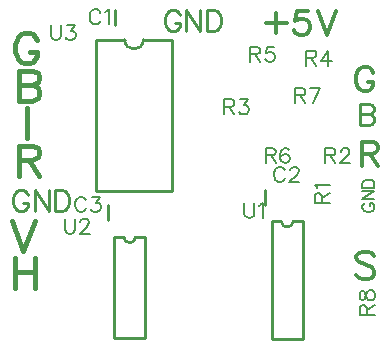
<source format=gto>
G04 DipTrace 3.0.0.2*
G04 RGBI-AnalogRGB.GTO*
%MOMM*%
G04 #@! TF.FileFunction,Legend,Top*
G04 #@! TF.Part,Single*
%ADD10C,0.25*%
%ADD33C,0.19608*%
%ADD34C,0.39216*%
%ADD35C,0.27451*%
%ADD36C,0.31373*%
%ADD37C,0.15686*%
%ADD38C,0.35294*%
%FSLAX35Y35*%
G04*
G71*
G90*
G75*
G01*
G04 TopSilk*
%LPD*%
X3617242Y2294470D2*
D10*
Y1294550D1*
X3877278Y2294470D2*
Y1294550D1*
X3617242D2*
X3877278D1*
X3617242Y2294470D2*
X3697236D1*
X3797284D2*
X3877278D1*
X3697236D2*
G03X3797284Y2294470I50024J28D01*
G01*
X2283742Y2161023D2*
Y1300997D1*
X2543778Y2161023D2*
Y1300997D1*
X2283742D2*
X2543778D1*
X2283742Y2161023D2*
X2363736D1*
X2463784D2*
X2543778D1*
X2363736D2*
G03X2463784Y2161023I50024J-30D01*
G01*
X2129996Y3831450D2*
Y2551570D1*
X2769992Y3831450D2*
Y2551570D1*
X2129996D2*
X2769992D1*
X2129996Y3831450D2*
X2369966D1*
X2530022D2*
X2769992D1*
X2369966D2*
G03X2530022Y3831450I80028J164D01*
G01*
X2292707Y3952060D2*
Y4081960D1*
X3562707Y2428060D2*
Y2557960D1*
X2229207Y2301060D2*
Y2430960D1*
X3384134Y2448707D2*
D33*
Y2357597D1*
X3390170Y2339347D1*
X3402384Y2327274D1*
X3420634Y2321097D1*
X3432707D1*
X3450957Y2327274D1*
X3463170Y2339347D1*
X3469207Y2357597D1*
Y2448707D1*
X3508423Y2424280D2*
X3520636Y2430457D1*
X3538886Y2448566D1*
Y2321097D1*
X1864579Y2315260D2*
Y2224150D1*
X1870616Y2205900D1*
X1882829Y2193827D1*
X1901079Y2187650D1*
X1913152D1*
X1931402Y2193827D1*
X1943616Y2205900D1*
X1949652Y2224150D1*
Y2315260D1*
X1995045Y2284796D2*
Y2290833D1*
X2001081Y2303046D1*
X2007118Y2309083D1*
X2019331Y2315120D1*
X2043618D1*
X2055691Y2309083D1*
X2061727Y2303046D1*
X2067904Y2290833D1*
Y2278760D1*
X2061727Y2266546D1*
X2049654Y2248437D1*
X1988868Y2187650D1*
X2073941D1*
X1747079Y3953937D2*
Y3862827D1*
X1753116Y3844577D1*
X1765329Y3832504D1*
X1783579Y3826327D1*
X1795652D1*
X1813902Y3832504D1*
X1826116Y3844577D1*
X1832152Y3862827D1*
Y3953937D1*
X1883581Y3953796D2*
X1950264D1*
X1913904Y3905223D1*
X1932154D1*
X1944227Y3899187D1*
X1950264Y3893150D1*
X1956441Y3874900D1*
Y3862827D1*
X1950264Y3844577D1*
X1938191Y3832364D1*
X1919941Y3826327D1*
X1901691D1*
X1883581Y3832364D1*
X1877545Y3838540D1*
X1871368Y3850614D1*
X2165949Y4057174D2*
X2159912Y4069247D1*
X2147699Y4081460D1*
X2135625Y4087497D1*
X2111339D1*
X2099125Y4081460D1*
X2087052Y4069247D1*
X2080875Y4057174D1*
X2074839Y4038924D1*
Y4008460D1*
X2080875Y3990350D1*
X2087052Y3978137D1*
X2099125Y3966064D1*
X2111339Y3959887D1*
X2135625D1*
X2147699Y3966064D1*
X2159912Y3978137D1*
X2165949Y3990350D1*
X2205164Y4063070D2*
X2217378Y4069247D1*
X2235628Y4087356D1*
Y3959887D1*
X3726144Y2723674D2*
X3720107Y2735747D1*
X3707894Y2747960D1*
X3695821Y2753997D1*
X3671534D1*
X3659321Y2747960D1*
X3647248Y2735747D1*
X3641071Y2723674D1*
X3635034Y2705424D1*
Y2674960D1*
X3641071Y2656850D1*
X3647248Y2644637D1*
X3659321Y2632564D1*
X3671534Y2626387D1*
X3695821D1*
X3707894Y2632564D1*
X3720107Y2644637D1*
X3726144Y2656850D1*
X3771536Y2723533D2*
Y2729570D1*
X3777573Y2741783D1*
X3783609Y2747820D1*
X3795823Y2753856D1*
X3820109D1*
X3832183Y2747820D1*
X3838219Y2741783D1*
X3844396Y2729570D1*
Y2717497D1*
X3838219Y2705283D1*
X3826146Y2687174D1*
X3765359Y2626387D1*
X3850433D1*
X2043394Y2469674D2*
X2037357Y2481747D1*
X2025144Y2493960D1*
X2013071Y2499997D1*
X1988784D1*
X1976571Y2493960D1*
X1964498Y2481747D1*
X1958321Y2469674D1*
X1952284Y2451424D1*
Y2420960D1*
X1958321Y2402850D1*
X1964498Y2390637D1*
X1976571Y2378564D1*
X1988784Y2372387D1*
X2013071D1*
X2025144Y2378564D1*
X2037357Y2390637D1*
X2043394Y2402850D1*
X2094823Y2499856D2*
X2161506D1*
X2125146Y2451283D1*
X2143396D1*
X2155469Y2445247D1*
X2161506Y2439210D1*
X2167683Y2420960D1*
Y2408887D1*
X2161506Y2390637D1*
X2149433Y2378424D1*
X2131183Y2372387D1*
X2112933D1*
X2094823Y2378424D1*
X2088786Y2384600D1*
X2082609Y2396674D1*
X4039060Y2447634D2*
Y2502244D1*
X4032883Y2520494D1*
X4026847Y2526671D1*
X4014774Y2532707D1*
X4002560D1*
X3990487Y2526671D1*
X3984310Y2520494D1*
X3978273Y2502244D1*
Y2447634D1*
X4105883D1*
X4039060Y2490171D2*
X4105883Y2532707D1*
X4002700Y2571923D2*
X3996524Y2584136D1*
X3978414Y2602386D1*
X4105883D1*
X4070829Y2851960D2*
X4125439D1*
X4143689Y2858137D1*
X4149866Y2864174D1*
X4155902Y2876247D1*
Y2888460D1*
X4149866Y2900533D1*
X4143689Y2906710D1*
X4125439Y2912747D1*
X4070829D1*
Y2785137D1*
X4113366Y2851960D2*
X4155902Y2785137D1*
X4201295Y2882283D2*
Y2888320D1*
X4207331Y2900533D1*
X4213368Y2906570D1*
X4225581Y2912606D1*
X4249868D1*
X4261941Y2906570D1*
X4267977Y2900533D1*
X4274154Y2888320D1*
Y2876247D1*
X4267977Y2864033D1*
X4255904Y2845924D1*
X4195118Y2785137D1*
X4280191D1*
X3213579Y3264710D2*
X3268189D1*
X3286439Y3270887D1*
X3292616Y3276924D1*
X3298652Y3288997D1*
Y3301210D1*
X3292616Y3313283D1*
X3286439Y3319460D1*
X3268189Y3325497D1*
X3213579D1*
Y3197887D1*
X3256116Y3264710D2*
X3298652Y3197887D1*
X3350081Y3325356D2*
X3416764D1*
X3380404Y3276783D1*
X3398654D1*
X3410727Y3270747D1*
X3416764Y3264710D1*
X3422941Y3246460D1*
Y3234387D1*
X3416764Y3216137D1*
X3404691Y3203924D1*
X3386441Y3197887D1*
X3368191D1*
X3350081Y3203924D1*
X3344045Y3210100D1*
X3337868Y3222174D1*
X3909061Y3677460D2*
X3963670D1*
X3981920Y3683637D1*
X3988097Y3689674D1*
X3994134Y3701747D1*
Y3713960D1*
X3988097Y3726033D1*
X3981920Y3732210D1*
X3963670Y3738247D1*
X3909061D1*
Y3610637D1*
X3951597Y3677460D2*
X3994134Y3610637D1*
X4094136D2*
Y3738106D1*
X4033350Y3653174D1*
X4124459D1*
X3435829Y3709210D2*
X3490439D1*
X3508689Y3715387D1*
X3514866Y3721424D1*
X3520902Y3733497D1*
Y3745710D1*
X3514866Y3757783D1*
X3508689Y3763960D1*
X3490439Y3769997D1*
X3435829D1*
Y3642387D1*
X3478366Y3709210D2*
X3520902Y3642387D1*
X3632977Y3769856D2*
X3572331D1*
X3566295Y3715247D1*
X3572331Y3721283D1*
X3590581Y3727460D1*
X3608691D1*
X3626941Y3721283D1*
X3639154Y3709210D1*
X3645191Y3690960D1*
Y3678887D1*
X3639154Y3660637D1*
X3626941Y3648424D1*
X3608691Y3642387D1*
X3590581D1*
X3572331Y3648424D1*
X3566295Y3654600D1*
X3560118Y3666674D1*
X3565918Y2851960D2*
X3620527D1*
X3638777Y2858137D1*
X3644954Y2864174D1*
X3650991Y2876247D1*
Y2888460D1*
X3644954Y2900533D1*
X3638777Y2906710D1*
X3620527Y2912747D1*
X3565918D1*
Y2785137D1*
X3608454Y2851960D2*
X3650991Y2785137D1*
X3763066Y2894497D2*
X3757029Y2906570D1*
X3738779Y2912606D1*
X3726706D1*
X3708456Y2906570D1*
X3696243Y2888320D1*
X3690206Y2857997D1*
Y2827674D1*
X3696243Y2803387D1*
X3708456Y2791174D1*
X3726706Y2785137D1*
X3732743D1*
X3750852Y2791174D1*
X3763066Y2803387D1*
X3769102Y2821637D1*
Y2827674D1*
X3763066Y2845924D1*
X3750852Y2857997D1*
X3732743Y2864033D1*
X3726706D1*
X3708456Y2857997D1*
X3696243Y2845924D1*
X3690206Y2827674D1*
X3816829Y3359960D2*
X3871439D1*
X3889689Y3366137D1*
X3895866Y3372174D1*
X3901902Y3384247D1*
Y3396460D1*
X3895866Y3408533D1*
X3889689Y3414710D1*
X3871439Y3420747D1*
X3816829D1*
Y3293137D1*
X3859366Y3359960D2*
X3901902Y3293137D1*
X3965404D2*
X4026191Y3420606D1*
X3941118D1*
X4420060Y1499150D2*
Y1553759D1*
X4413883Y1572009D1*
X4407847Y1578186D1*
X4395774Y1584223D1*
X4383560D1*
X4371487Y1578186D1*
X4365310Y1572009D1*
X4359273Y1553759D1*
Y1499150D1*
X4486883D1*
X4420060Y1541686D2*
X4486883Y1584222D1*
X4359414Y1653761D2*
X4365450Y1635652D1*
X4377524Y1629475D1*
X4389737D1*
X4401810Y1635652D1*
X4407987Y1647725D1*
X4414024Y1672011D1*
X4420060Y1690261D1*
X4432274Y1702334D1*
X4444347Y1708371D1*
X4462597D1*
X4474670Y1702334D1*
X4480847Y1696298D1*
X4486883Y1678048D1*
Y1653761D1*
X4480847Y1635652D1*
X4474670Y1629475D1*
X4462597Y1623438D1*
X4444347D1*
X4432274Y1629475D1*
X4420060Y1641688D1*
X4414024Y1659798D1*
X4407987Y1684084D1*
X4401810Y1696298D1*
X4389737Y1702334D1*
X4377524D1*
X4365450Y1696298D1*
X4359414Y1678048D1*
Y1653761D1*
X1627480Y3826320D2*
D34*
X1615407Y3850467D1*
X1590980Y3874893D1*
X1566834Y3886967D1*
X1518261D1*
X1493834Y3874893D1*
X1469688Y3850467D1*
X1457334Y3826320D1*
X1445261Y3789820D1*
Y3728893D1*
X1457334Y3692674D1*
X1469688Y3668247D1*
X1493834Y3644101D1*
X1518261Y3631747D1*
X1566834D1*
X1590980Y3644101D1*
X1615407Y3668247D1*
X1627480Y3692674D1*
Y3728893D1*
X1566834D1*
X1477011Y3569467D2*
Y3314247D1*
X1586511D1*
X1623011Y3326601D1*
X1635084Y3338674D1*
X1647157Y3362820D1*
Y3399320D1*
X1635084Y3423747D1*
X1623011Y3435820D1*
X1586511Y3447893D1*
X1623011Y3460247D1*
X1635084Y3472320D1*
X1647157Y3496467D1*
Y3520893D1*
X1635084Y3545040D1*
X1623011Y3557393D1*
X1586511Y3569467D1*
X1477011D1*
Y3447893D2*
X1586511D1*
X1540511Y3251967D2*
Y2996747D1*
X1477011Y2812893D2*
X1586230D1*
X1622730Y2825247D1*
X1635084Y2837320D1*
X1647157Y2861467D1*
Y2885893D1*
X1635084Y2910040D1*
X1622730Y2922393D1*
X1586230Y2934467D1*
X1477011D1*
Y2679247D1*
X1562084Y2812893D2*
X1647157Y2679247D1*
X1554789Y2517253D2*
D35*
X1546338Y2534155D1*
X1529239Y2551254D1*
X1512337Y2559705D1*
X1478335D1*
X1461237Y2551254D1*
X1444334Y2534155D1*
X1435687Y2517253D1*
X1427235Y2491703D1*
Y2449054D1*
X1435687Y2423700D1*
X1444334Y2406601D1*
X1461237Y2389699D1*
X1478335Y2381051D1*
X1512337D1*
X1529239Y2389699D1*
X1546338Y2406601D1*
X1554789Y2423700D1*
Y2449054D1*
X1512337D1*
X1728793Y2559705D2*
Y2381051D1*
X1609691Y2559705D1*
Y2381051D1*
X1783695Y2559705D2*
Y2381051D1*
X1843246D1*
X1868796Y2389699D1*
X1885895Y2406601D1*
X1894346Y2423700D1*
X1902797Y2449054D1*
Y2491703D1*
X1894346Y2517253D1*
X1885895Y2534155D1*
X1868796Y2551254D1*
X1843246Y2559705D1*
X1783695D1*
X1413511Y2299467D2*
D34*
X1510657Y2044247D1*
X1607803Y2299467D1*
X1445261Y1981967D2*
Y1726747D1*
X1615407Y1981967D2*
Y1726747D1*
X1445261Y1860393D2*
X1615407D1*
X4476365Y3550323D2*
D36*
X4466707Y3569640D1*
X4447165Y3589181D1*
X4427848Y3598840D1*
X4388990D1*
X4369448Y3589181D1*
X4350131Y3569640D1*
X4340248Y3550323D1*
X4330590Y3521123D1*
Y3472381D1*
X4340248Y3443406D1*
X4350131Y3423864D1*
X4369448Y3404548D1*
X4388990Y3394664D1*
X4427848D1*
X4447165Y3404548D1*
X4466707Y3423864D1*
X4476365Y3443406D1*
Y3472381D1*
X4427848D1*
X4360379Y3289955D2*
D35*
Y3111301D1*
X4437029D1*
X4462579Y3119949D1*
X4471030Y3128400D1*
X4479481Y3145303D1*
Y3170853D1*
X4471030Y3187951D1*
X4462579Y3196403D1*
X4437029Y3204854D1*
X4462579Y3213501D1*
X4471030Y3221953D1*
X4479481Y3238855D1*
Y3255954D1*
X4471030Y3272856D1*
X4462579Y3281504D1*
X4437029Y3289955D1*
X4360379D1*
Y3204854D2*
X4437029D1*
X4407869Y2446741D2*
D37*
X4398210Y2441912D1*
X4388439Y2432141D1*
X4383610Y2422483D1*
Y2403053D1*
X4388439Y2393283D1*
X4398210Y2383624D1*
X4407869Y2378683D1*
X4422469Y2373853D1*
X4446839D1*
X4461327Y2378683D1*
X4471098Y2383624D1*
X4480756Y2393283D1*
X4485698Y2403053D1*
Y2422482D1*
X4480756Y2432141D1*
X4471098Y2441912D1*
X4461327Y2446741D1*
X4446839D1*
Y2422483D1*
X4383610Y2546172D2*
X4485698D1*
X4383610Y2478114D1*
X4485698Y2478113D1*
X4383610Y2577544D2*
X4485698D1*
Y2611574D1*
X4480756Y2626174D1*
X4471098Y2635944D1*
X4461327Y2640774D1*
X4446839Y2645603D1*
X4422469D1*
X4407869Y2640774D1*
X4398210Y2635944D1*
X4388439Y2626174D1*
X4383610Y2611574D1*
Y2577544D1*
X4381946Y2866581D2*
D36*
X4469322D1*
X4498522Y2876464D1*
X4508405Y2886123D1*
X4518063Y2905440D1*
Y2924981D1*
X4508405Y2944298D1*
X4498522Y2954181D1*
X4469322Y2963840D1*
X4381946D1*
Y2759664D1*
X4450005Y2866581D2*
X4518063Y2759664D1*
X4485682Y2001625D2*
D38*
X4463950Y2023609D1*
X4431100Y2034475D1*
X4387385D1*
X4354535Y2023609D1*
X4332550Y2001625D1*
Y1979893D1*
X4343669Y1957909D1*
X4354535Y1947043D1*
X4376266Y1936178D1*
X4441966Y1914193D1*
X4463950Y1903328D1*
X4474816Y1892209D1*
X4485682Y1870478D1*
Y1837628D1*
X4463950Y1815896D1*
X4431100Y1804778D1*
X4387385D1*
X4354535Y1815896D1*
X4332550Y1837628D1*
X2836932Y4041253D2*
D35*
X2828481Y4058155D1*
X2811382Y4075254D1*
X2794480Y4083705D1*
X2760479D1*
X2743380Y4075254D1*
X2726478Y4058155D1*
X2717830Y4041253D1*
X2709379Y4015703D1*
Y3973054D1*
X2717830Y3947700D1*
X2726478Y3930601D1*
X2743380Y3913699D1*
X2760479Y3905051D1*
X2794480D1*
X2811382Y3913699D1*
X2828481Y3930601D1*
X2836932Y3947700D1*
Y3973054D1*
X2794480D1*
X3010937Y4083705D2*
Y3905051D1*
X2891834Y4083705D1*
Y3905051D1*
X3065839Y4083705D2*
Y3905051D1*
X3125390D1*
X3150940Y3913699D1*
X3168039Y3930601D1*
X3176490Y3947700D1*
X3184941Y3973054D1*
Y4015703D1*
X3176490Y4041253D1*
X3168039Y4058155D1*
X3150940Y4075254D1*
X3125390Y4083705D1*
X3065839D1*
X3655965Y4060378D2*
D36*
Y3885402D1*
X3568590Y3972778D2*
X3743565D1*
X3922885Y4074865D2*
X3825852D1*
X3816193Y3987490D1*
X3825852Y3997148D1*
X3855052Y4007031D1*
X3884027D1*
X3913227Y3997148D1*
X3932769Y3977831D1*
X3942427Y3948631D1*
Y3929314D1*
X3932769Y3900114D1*
X3913227Y3880573D1*
X3884027Y3870914D1*
X3855052D1*
X3825852Y3880573D1*
X3816193Y3890456D1*
X3806310Y3909773D1*
X4005172Y4075090D2*
X4082889Y3870914D1*
X4160606Y4075090D1*
M02*

</source>
